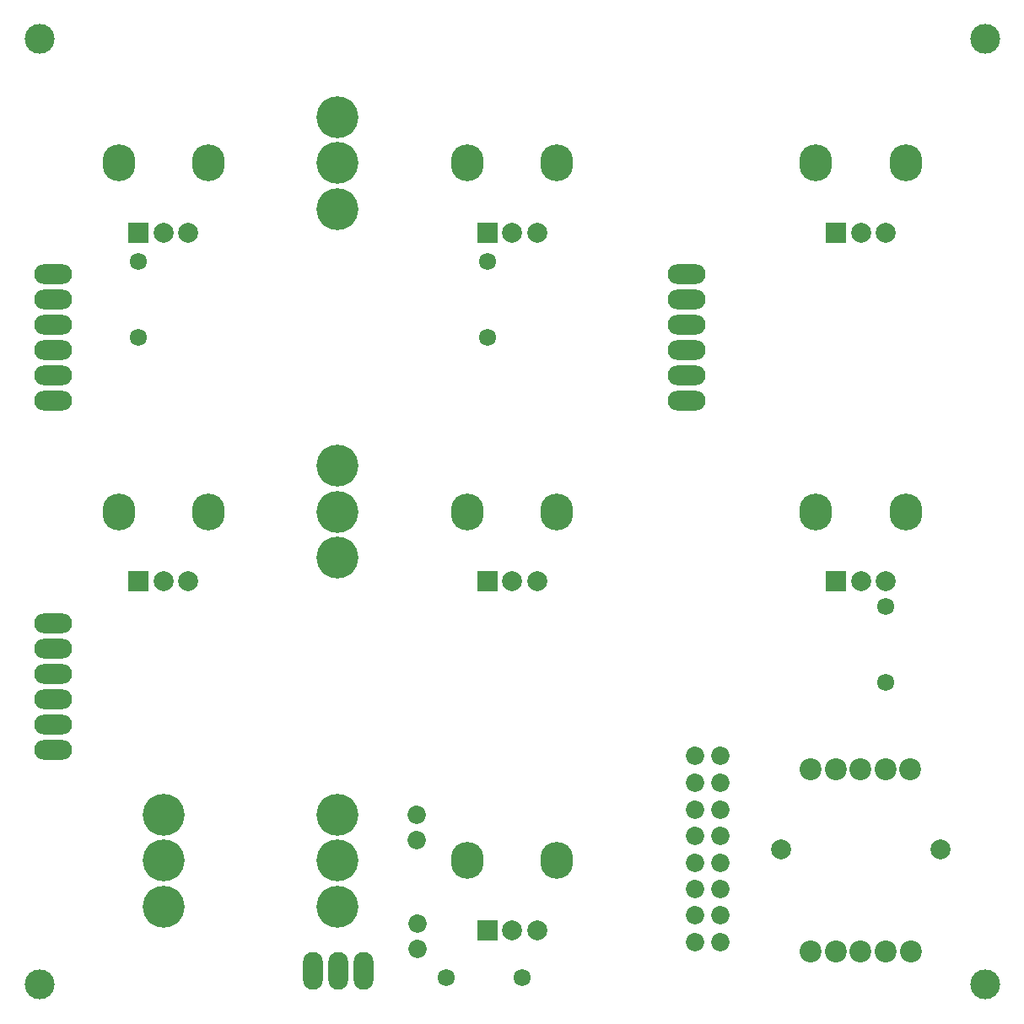
<source format=gbr>
G04 DipTrace 3.3.1.1*
G04 BottomMask.gbr*
%MOIN*%
G04 #@! TF.FileFunction,Soldermask,Bot*
G04 #@! TF.Part,Single*
%ADD18C,0.07874*%
%ADD24C,0.07874*%
%ADD25C,0.11811*%
%ADD34O,0.07874X0.149606*%
%ADD36O,0.149606X0.07874*%
%ADD39O,0.129921X0.145669*%
%ADD41R,0.07874X0.07874*%
%ADD43C,0.086614*%
%ADD44C,0.165354*%
%ADD46C,0.067874*%
%ADD48C,0.067874*%
%ADD50C,0.072835*%
%FSLAX26Y26*%
G04*
G70*
G90*
G75*
G01*
G04 BotMask*
%LPD*%
D50*
X3184228Y663172D3*
X3084228D3*
X3184228Y766664D3*
X3084228D3*
X3184228Y872963D3*
X3084228D3*
X3184228Y975035D3*
X3084228D3*
Y1080109D3*
X3184228D3*
X3084228Y1184689D3*
X3184228D3*
X3084228Y1292819D3*
X3184228D3*
X3084228Y1398333D3*
X3184228D3*
X1989198Y636335D3*
Y736335D3*
D48*
X3839451Y1688804D3*
D46*
Y1988804D3*
D48*
X885974Y3052370D3*
D46*
Y3352370D3*
D48*
X2263701Y3052370D3*
D46*
Y3352370D3*
D48*
X2401688Y521084D3*
D46*
X2101688D3*
D44*
X1673231Y3921677D3*
Y3740417D3*
Y3559157D3*
X1673209Y2543526D3*
Y2362266D3*
Y2181007D3*
X984302Y803152D3*
Y984412D3*
Y1165672D3*
X1673151Y803155D3*
Y984415D3*
Y1165675D3*
D43*
X3542720Y625333D3*
X3640988Y625255D3*
X3739295Y625176D3*
X3837799Y625136D3*
X3938232Y625097D3*
X3542262Y1345588D3*
X3640560D3*
X3738852D3*
X3837340D3*
X3935909Y1345570D3*
D24*
X3423927Y1028860D3*
X4053848Y1028741D3*
D41*
X3641686Y3464713D3*
D39*
X3562946Y3740303D3*
D18*
X3740112Y3464713D3*
D39*
X3917277Y3740303D3*
D18*
X3838537Y3464713D3*
D41*
X3641726Y2086636D3*
D39*
X3562986Y2362227D3*
D18*
X3740151Y2086636D3*
D39*
X3917316Y2362227D3*
D18*
X3838576Y2086636D3*
D41*
X885999Y3464713D3*
D39*
X807259Y3740303D3*
D18*
X984424Y3464713D3*
D39*
X1161589Y3740303D3*
D18*
X1082849Y3464713D3*
D41*
X2263707D3*
D39*
X2184967Y3740303D3*
D18*
X2362133Y3464713D3*
D39*
X2539298Y3740303D3*
D18*
X2460558Y3464713D3*
D41*
X885993Y2086636D3*
D39*
X807253Y2362227D3*
D18*
X984419Y2086636D3*
D39*
X1161584Y2362227D3*
D18*
X1082844Y2086636D3*
D41*
X2263651D3*
D39*
X2184911Y2362227D3*
D18*
X2362076Y2086636D3*
D39*
X2539241Y2362227D3*
D18*
X2460501Y2086636D3*
D41*
X2263701Y708765D3*
D39*
X2184961Y984356D3*
D18*
X2362126Y708765D3*
D39*
X2539291Y984356D3*
D18*
X2460551Y708765D3*
D36*
X3050991Y3101417D3*
Y3001417D3*
Y2901417D3*
Y2801417D3*
Y3201417D3*
Y3301417D3*
X549690Y3101331D3*
Y3001331D3*
Y2901331D3*
Y2801331D3*
Y3201331D3*
Y3301331D3*
Y1723063D3*
Y1623063D3*
Y1523063D3*
Y1423063D3*
Y1823063D3*
Y1923063D3*
D34*
X1773445Y549559D3*
X1673445D3*
X1573445D3*
D50*
X1985433Y1065562D3*
Y1165562D3*
D25*
X493701Y493701D3*
X4230709Y4230709D3*
Y493701D3*
X493701Y4230709D3*
M02*

</source>
